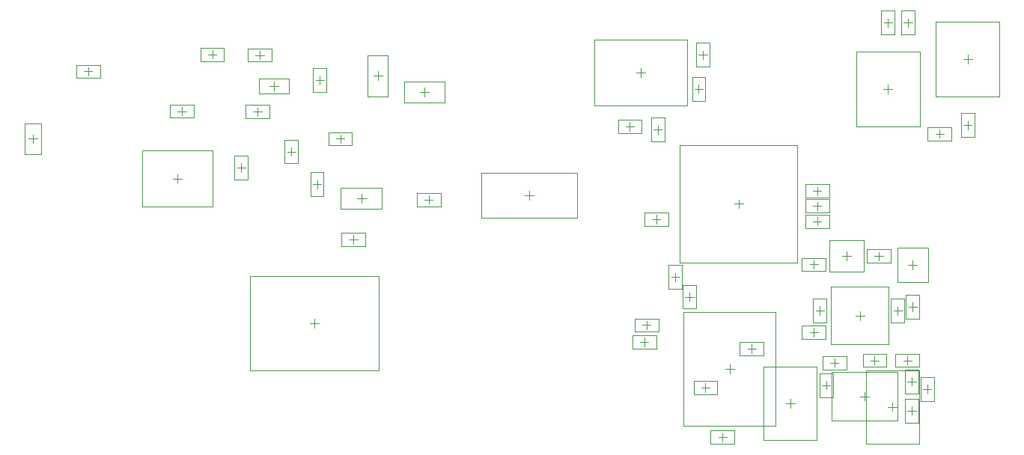
<source format=gbr>
%TF.GenerationSoftware,Altium Limited,Altium Designer,19.1.8 (144)*%
G04 Layer_Color=32768*
%FSLAX26Y26*%
%MOIN*%
%TF.FileFunction,Other,Mechanical_15*%
%TF.Part,Single*%
G01*
G75*
%TA.AperFunction,NonConductor*%
%ADD20C,0.003937*%
%ADD96C,0.001968*%
D20*
X780834Y3692852D02*
X790677D01*
X751307D02*
X761149D01*
X780834D01*
X770991Y3673167D02*
Y3712537D01*
X2884604Y3511102D02*
X2922005D01*
X2903304Y3492402D02*
Y3529803D01*
X3050945Y3147529D02*
Y3184931D01*
X3032244Y3166230D02*
X3069646D01*
X3103662Y2761102D02*
X3141063D01*
X3122362Y2742402D02*
Y2779803D01*
X1570155Y3604883D02*
X1609525D01*
X1589841Y3585198D02*
Y3624568D01*
X3309272Y2934818D02*
X3346674D01*
X3327973Y2916117D02*
Y2953519D01*
X3660000Y2753189D02*
Y2790591D01*
X3641299Y2771890D02*
X3678701D01*
X3480315Y2691181D02*
X3519685D01*
X3500000Y2671496D02*
Y2710866D01*
X3935315Y2676181D02*
X3974685D01*
X3955000Y2656496D02*
Y2695866D01*
X3875551Y3347559D02*
X3912953D01*
X3894252Y3328858D02*
Y3366260D01*
X3978454Y3085619D02*
Y3123020D01*
X3959753Y3104320D02*
X3997155D01*
X3198430Y2521537D02*
Y2558939D01*
X3179729Y2540238D02*
X3217131D01*
X3790315Y3082244D02*
X3829685D01*
X3810000Y3062559D02*
Y3101929D01*
X3810709Y2723071D02*
X3850079D01*
X3830394Y2703386D02*
Y2742756D01*
X4021693Y2658662D02*
X4059094D01*
X4040394Y2639961D02*
Y2677362D01*
X3586850Y3008228D02*
X3624252D01*
X3605551Y2989528D02*
Y3026929D01*
X3210354Y2845551D02*
X3249724D01*
X3230039Y2825866D02*
Y2865236D01*
X3631145Y3086299D02*
Y3123701D01*
X3612445Y3105000D02*
X3649846D01*
X1200684Y4085182D02*
Y4124552D01*
X1180999Y4104867D02*
X1220369D01*
X1392812Y3648506D02*
Y3685908D01*
X1374111Y3667207D02*
X1411513D01*
X1277846Y3794280D02*
Y3831681D01*
X1259145Y3812981D02*
X1296547D01*
X1477225Y3870199D02*
X1514627D01*
X1495926Y3851498D02*
Y3888900D01*
X1663179Y4130457D02*
Y4169827D01*
X1643494Y4150142D02*
X1682864D01*
X354539Y4169827D02*
X391940D01*
X373240Y4151126D02*
Y4188528D01*
X108054Y3869849D02*
X147424D01*
X127739Y3850164D02*
Y3889534D01*
X4021693Y2788661D02*
X4059094D01*
X4040394Y2769961D02*
Y2807362D01*
X4021693Y2864370D02*
Y2901772D01*
X4002992Y2883071D02*
X4040394D01*
X3875669Y2864370D02*
Y2901772D01*
X3856968Y2883071D02*
X3894370D01*
X3696535Y2853583D02*
Y2890984D01*
X3677834Y2872283D02*
X3715236D01*
X2831454Y2965000D02*
X2868855D01*
X2850155Y2946299D02*
Y2983701D01*
X2841299Y3040000D02*
X2878701D01*
X2860000Y3021299D02*
Y3058701D01*
X4110000Y2736890D02*
Y2774291D01*
X4091299Y2755591D02*
X4128701D01*
X2318157Y3617207D02*
X2357527D01*
X2337842Y3597522D02*
Y3636892D01*
X2766890Y3924843D02*
X2804291D01*
X2785591Y3906142D02*
Y3943543D01*
X3092030Y4073465D02*
Y4110866D01*
X3073330Y4092165D02*
X3110731D01*
X2835000Y4145315D02*
Y4184685D01*
X2815315Y4165000D02*
X2854685D01*
X3110731Y4225039D02*
Y4262441D01*
X3092030Y4243740D02*
X3129432D01*
X3586854Y3310157D02*
X3624256D01*
X3605555Y3291457D02*
Y3328858D01*
X3750945Y3327874D02*
Y3367244D01*
X3731260Y3347559D02*
X3770630D01*
X4045118Y3102913D02*
Y3140315D01*
X4026417Y3121614D02*
X4063819D01*
X4025432Y3308189D02*
X4064802D01*
X4045117Y3288504D02*
Y3327874D01*
X4146299Y3892165D02*
X4183701D01*
X4165000Y3873465D02*
Y3910866D01*
X4290000Y3911299D02*
Y3948701D01*
X4271299Y3930000D02*
X4308701D01*
X3935000Y4072480D02*
Y4111850D01*
X3915315Y4092165D02*
X3954685D01*
X4024410Y4368465D02*
Y4405866D01*
X4005709Y4387165D02*
X4043110D01*
X3935000Y4368465D02*
Y4405866D01*
X3916299Y4387165D02*
X3953701D01*
X4290000Y4205866D02*
Y4245236D01*
X4270315Y4225551D02*
X4309685D01*
X1110133Y3990640D02*
X1147535D01*
X1128834Y3971939D02*
Y4009340D01*
X1536691Y3421155D02*
X1574092D01*
X1555392Y3402454D02*
Y3439856D01*
X2969764Y3253788D02*
X3007165D01*
X2988464Y3235087D02*
Y3272489D01*
X3619882Y3618898D02*
Y3656299D01*
X3601181Y3637599D02*
X3638583D01*
X3619882Y3552008D02*
Y3589409D01*
X3601181Y3570709D02*
X3638583D01*
X3270000Y3560315D02*
Y3599685D01*
X3250315Y3580000D02*
X3289685D01*
X3619882Y3483898D02*
Y3521299D01*
X3601181Y3502599D02*
X3638583D01*
X790677Y3973907D02*
Y4011309D01*
X771976Y3992608D02*
X809377D01*
X1035824Y3741225D02*
X1073226D01*
X1054525Y3722524D02*
Y3759926D01*
X1386231Y4131441D02*
X1423632D01*
X1404932Y4112740D02*
Y4150142D01*
X1137689Y4224325D02*
Y4261726D01*
X1118988Y4243025D02*
X1156390D01*
X925745Y4226524D02*
Y4263926D01*
X907044Y4245225D02*
X944446D01*
X1851015Y4078292D02*
X1890385D01*
X1870700Y4058607D02*
Y4097977D01*
X1889401Y3580517D02*
Y3617919D01*
X1870700Y3599218D02*
X1908102D01*
X2891336Y3910942D02*
X2928738D01*
X2910037Y3892241D02*
Y3929642D01*
X1361740Y3048374D02*
X1401110D01*
X1381425Y3028689D02*
Y3068059D01*
D96*
X614495Y3568403D02*
Y3816435D01*
X927488Y3568403D02*
Y3816435D01*
X614495Y3568403D02*
X927488D01*
X614495Y3816435D02*
X927488D01*
X2850155Y3481575D02*
Y3540630D01*
X2956454Y3481575D02*
Y3540630D01*
X2850155Y3481575D02*
X2956454D01*
X2850155Y3540630D02*
X2956454D01*
X3021417Y3219380D02*
X3080472D01*
X3021417Y3113081D02*
X3080472D01*
X3021417D02*
Y3219380D01*
X3080472Y3113081D02*
Y3219380D01*
X3069213Y2731575D02*
Y2790630D01*
X3175512Y2731575D02*
Y2790630D01*
X3069213Y2731575D02*
X3175512D01*
X3069213Y2790630D02*
X3175512D01*
X1498305Y3559607D02*
Y3650158D01*
X1681376Y3559607D02*
Y3650158D01*
X1498305Y3559607D02*
X1681376D01*
X1498305Y3650158D02*
X1681376D01*
X3274823Y2905290D02*
Y2964345D01*
X3381123Y2905290D02*
Y2964345D01*
X3274823Y2905290D02*
X3381123D01*
X3274823Y2964345D02*
X3381123D01*
X3630472Y2718740D02*
X3689528D01*
X3630472Y2825039D02*
X3689528D01*
Y2718740D02*
Y2825039D01*
X3630472Y2718740D02*
Y2825039D01*
X3618110Y2527795D02*
Y2854567D01*
X3381890Y2527795D02*
Y2854567D01*
Y2527795D02*
X3618110D01*
X3381890Y2854567D02*
X3618110D01*
X4073110Y2512795D02*
Y2839567D01*
X3836890Y2512795D02*
Y2839567D01*
Y2512795D02*
X4073110D01*
X3836890Y2839567D02*
X4073110D01*
X3947402Y3318032D02*
Y3377087D01*
X3841102Y3318032D02*
Y3377087D01*
X3947402D01*
X3841102Y3318032D02*
X3947402D01*
X3948926Y3157469D02*
X4007981D01*
X3948926Y3051170D02*
X4007981D01*
Y3157469D01*
X3948926Y3051170D02*
Y3157469D01*
X3145280Y2569765D02*
X3251580D01*
X3145280Y2510710D02*
X3251580D01*
X3145280D02*
Y2569765D01*
X3251580Y2510710D02*
Y2569765D01*
X3681063Y2954291D02*
Y3210197D01*
Y2954291D02*
X3938937D01*
Y3210197D01*
X3681063D02*
X3938937D01*
X3684724Y2614803D02*
Y2831339D01*
X3976063Y2614803D02*
Y2831339D01*
X3684724D02*
X3976063D01*
X3684724Y2614803D02*
X3976063D01*
X4069921Y2605512D02*
Y2711811D01*
X4010866Y2605512D02*
Y2711811D01*
X4069921D01*
X4010866Y2605512D02*
X4069921D01*
X3552402Y2978701D02*
Y3037756D01*
X3658701Y2978701D02*
Y3037756D01*
X3552402D02*
X3658701D01*
X3552402Y2978701D02*
X3658701D01*
X3434764Y2591614D02*
Y3099488D01*
X3025315D02*
X3434764D01*
X3025315Y2591614D02*
Y3099488D01*
Y2591614D02*
X3434764D01*
X3601618Y3158150D02*
X3660673D01*
X3601618Y3051850D02*
X3660673D01*
Y3158150D01*
X3601618Y3051850D02*
Y3158150D01*
X1134739Y4138332D02*
X1266629D01*
X1134739Y4071403D02*
X1266629D01*
Y4138332D01*
X1134739Y4071403D02*
Y4138332D01*
X1363284Y3720357D02*
X1422339D01*
X1363284Y3614057D02*
X1422339D01*
X1363284D02*
Y3720357D01*
X1422339Y3614057D02*
Y3720357D01*
X1248319Y3759831D02*
X1307374D01*
X1248319Y3866130D02*
X1307374D01*
Y3759831D02*
Y3866130D01*
X1248319Y3759831D02*
Y3866130D01*
X1442776Y3840671D02*
Y3899727D01*
X1549076Y3840671D02*
Y3899727D01*
X1442776Y3840671D02*
X1549076D01*
X1442776Y3899727D02*
X1549076D01*
X1617904Y4242662D02*
X1708455D01*
X1617904Y4057622D02*
X1708455D01*
X1617904D02*
Y4242662D01*
X1708455Y4057622D02*
Y4242662D01*
X320090Y4140300D02*
Y4199355D01*
X426389Y4140300D02*
Y4199355D01*
X320090Y4140300D02*
X426389D01*
X320090Y4199355D02*
X426389D01*
X165141Y3802920D02*
Y3936778D01*
X90337Y3802920D02*
Y3936778D01*
Y3802920D02*
X165141D01*
X90337Y3936778D02*
X165141D01*
X4010866Y2735512D02*
Y2841811D01*
X4069921Y2735512D02*
Y2841811D01*
X4010866Y2735512D02*
X4069921D01*
X4010866Y2841811D02*
X4069921D01*
X3968543Y2912599D02*
X4074842D01*
X3968543Y2853543D02*
X4074842D01*
X3968543D02*
Y2912599D01*
X4074842Y2853543D02*
Y2912599D01*
X3822519Y2912598D02*
X3928819D01*
X3822519Y2853543D02*
X3928819D01*
X3822519D02*
Y2912598D01*
X3928819Y2853543D02*
Y2912598D01*
X3643386Y2842756D02*
X3749685D01*
X3643386Y2901811D02*
X3749685D01*
Y2842756D02*
Y2901811D01*
X3643386Y2842756D02*
Y2901811D01*
X2797005Y2935472D02*
Y2994528D01*
X2903304Y2935472D02*
Y2994528D01*
X2797005Y2935472D02*
X2903304D01*
X2797005Y2994528D02*
X2903304D01*
X2806850Y3010472D02*
Y3069528D01*
X2913150Y3010472D02*
Y3069528D01*
X2806850Y3010472D02*
X2913150D01*
X2806850Y3069528D02*
X2913150D01*
X4080472Y2702441D02*
X4139528D01*
X4080472Y2808740D02*
X4139528D01*
Y2702441D02*
Y2808740D01*
X4080472Y2702441D02*
Y2808740D01*
X2124259Y3516813D02*
Y3717601D01*
X2551425Y3516813D02*
Y3717601D01*
X2124259Y3516813D02*
X2551425D01*
X2124259Y3717601D02*
X2551425D01*
X2732441Y3895315D02*
Y3954370D01*
X2838740Y3895315D02*
Y3954370D01*
X2732441Y3895315D02*
X2838740D01*
X2732441Y3954370D02*
X2838740D01*
X3062503Y4145315D02*
X3121558D01*
X3062503Y4039016D02*
X3121558D01*
X3062503D02*
Y4145315D01*
X3121558Y4039016D02*
Y4145315D01*
X2628307Y4019331D02*
X3041693D01*
X2628307Y4310669D02*
X3041693D01*
Y4019331D02*
Y4310669D01*
X2628307Y4019331D02*
Y4310669D01*
X3081204Y4190591D02*
X3140259D01*
X3081204Y4296890D02*
X3140259D01*
Y4190591D02*
Y4296890D01*
X3081204Y4190591D02*
Y4296890D01*
X3658704Y3280630D02*
Y3339685D01*
X3552405Y3280630D02*
Y3339685D01*
X3658704D01*
X3552405Y3280630D02*
X3658704D01*
X3675157Y3416457D02*
X3826732D01*
X3675157Y3278661D02*
X3826732D01*
Y3416457D01*
X3675157Y3278661D02*
Y3416457D01*
X4015591Y3068464D02*
X4074646D01*
X4015591Y3174764D02*
X4074646D01*
Y3068464D02*
Y3174764D01*
X4015591Y3068464D02*
Y3174764D01*
X4114014Y3232402D02*
Y3383976D01*
X3976219Y3232402D02*
Y3383976D01*
Y3232402D02*
X4114014D01*
X3976219Y3383976D02*
X4114014D01*
X4111850Y3862638D02*
Y3921693D01*
X4218150Y3862638D02*
Y3921693D01*
X4111850Y3862638D02*
X4218150D01*
X4111850Y3921693D02*
X4218150D01*
X4260472Y3876850D02*
X4319528D01*
X4260472Y3983150D02*
X4319528D01*
Y3876850D02*
Y3983150D01*
X4260472Y3876850D02*
Y3983150D01*
X3793268Y4259488D02*
X4076732D01*
X3793268Y3924843D02*
X4076732D01*
X3793268D02*
Y4259488D01*
X4076732Y3924843D02*
Y4259488D01*
X3994882Y4440315D02*
X4053937D01*
X3994882Y4334016D02*
X4053937D01*
X3994882D02*
Y4440315D01*
X4053937Y4334016D02*
Y4440315D01*
X3905472D02*
X3964528D01*
X3905472Y4334016D02*
X3964528D01*
X3905472D02*
Y4440315D01*
X3964528Y4334016D02*
Y4440315D01*
X4148268Y4058228D02*
X4431732D01*
X4148268Y4392874D02*
X4431732D01*
Y4058228D02*
Y4392874D01*
X4148268Y4058228D02*
Y4392874D01*
X1181984Y3961112D02*
Y4020167D01*
X1075684Y3961112D02*
Y4020167D01*
X1181984D01*
X1075684Y3961112D02*
X1181984D01*
X1502242Y3391627D02*
Y3450682D01*
X1608541Y3391627D02*
Y3450682D01*
X1502242Y3391627D02*
X1608541D01*
X1502242Y3450682D02*
X1608541D01*
X2958937Y3200638D02*
Y3306938D01*
X3017992Y3200638D02*
Y3306938D01*
X2958937D02*
X3017992D01*
X2958937Y3200638D02*
X3017992D01*
X3566732Y3608071D02*
X3673032D01*
X3566732Y3667126D02*
X3673032D01*
X3566732Y3608071D02*
Y3667126D01*
X3673032Y3608071D02*
Y3667126D01*
X3566732Y3541181D02*
X3673032D01*
X3566732Y3600236D02*
X3673032D01*
X3566732Y3541181D02*
Y3600236D01*
X3673032Y3541181D02*
Y3600236D01*
X3008189Y3318189D02*
X3531811D01*
X3008189Y3841811D02*
X3531811D01*
X3008189Y3318189D02*
Y3841811D01*
X3531811Y3318189D02*
Y3841811D01*
X3566732Y3473071D02*
X3673032D01*
X3566732Y3532126D02*
X3673032D01*
X3566732Y3473071D02*
Y3532126D01*
X3673032Y3473071D02*
Y3532126D01*
X737527Y4022136D02*
X843826D01*
X737527Y3963081D02*
X843826D01*
Y4022136D01*
X737527Y3963081D02*
Y4022136D01*
X1024997Y3688075D02*
Y3794375D01*
X1084053Y3688075D02*
Y3794375D01*
X1024997D02*
X1084053D01*
X1024997Y3688075D02*
X1084053D01*
X1434459Y4078292D02*
Y4184591D01*
X1375404Y4078292D02*
Y4184591D01*
Y4078292D02*
X1434459D01*
X1375404Y4184591D02*
X1434459D01*
X1084539Y4272553D02*
X1190839D01*
X1084539Y4213498D02*
X1190839D01*
Y4272553D01*
X1084539Y4213498D02*
Y4272553D01*
X872596Y4215697D02*
X978895D01*
X872596Y4274752D02*
X978895D01*
X872596Y4215697D02*
Y4274752D01*
X978895Y4215697D02*
Y4274752D01*
X1779165Y4033017D02*
Y4123568D01*
X1962236Y4033017D02*
Y4123568D01*
X1779165Y4033017D02*
X1962236D01*
X1779165Y4123568D02*
X1962236D01*
X1836251Y3628745D02*
X1942551D01*
X1836251Y3569690D02*
X1942551D01*
Y3628745D01*
X1836251Y3569690D02*
Y3628745D01*
X2880510Y3857792D02*
Y3964091D01*
X2939565Y3857792D02*
Y3964091D01*
X2880510D02*
X2939565D01*
X2880510Y3857792D02*
X2939565D01*
X1095008Y2837744D02*
Y3259004D01*
X1667842Y2837744D02*
Y3259004D01*
X1095008D02*
X1667842D01*
X1095008Y2837744D02*
X1667842D01*
%TF.MD5,e47da8227a190901d4d501fcd6a9462e*%
M02*

</source>
